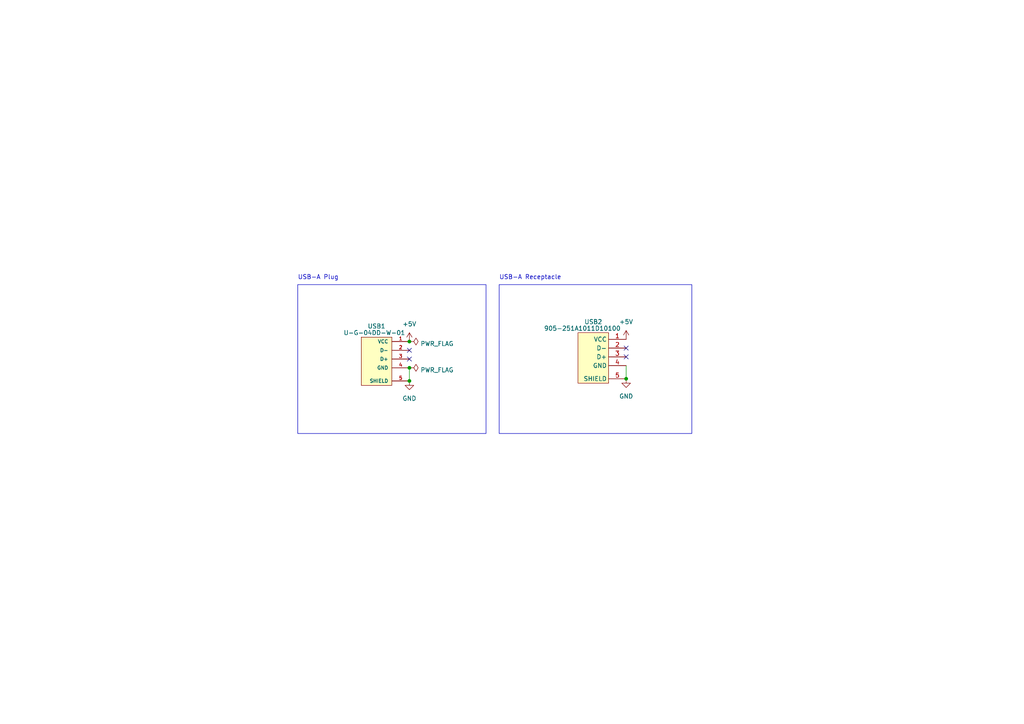
<source format=kicad_sch>
(kicad_sch (version 20230121) (generator eeschema)
  (paper "A4")
  (title_block (title "USB Data Blocker") (date "2023-03-20") (rev "1") (company "Spacehuhn Technologies") (comment 1 "Designed with <3 by Stefan"))
  (lib_symbols
    (symbol "_mykicadlib:USB-A_Plug_THT_U-USBAR04P-M001" (pin_names (offset 1.016))
      (property "Reference" "J1" (at -2.54 7.62 0))
      (property "Value" "U-USBAR04P-M001" (at 1.27 -8.89 0))
      (symbol "USB-A_Plug_THT_U-USBAR04P-M001_0_0"
        (rectangle (start -3.81 6.35) (end 5.08 -7.62) (fill (type background)))
        (pin power_in line (at 10.16 5.08 180) (length 5.08) (name "VCC") (number "1"))
        (pin bidirectional line (at 10.16 2.54 180) (length 5.08) (name "D-") (number "2"))
        (pin bidirectional line (at 10.16 0 180) (length 5.08) (name "D+") (number "3"))
        (pin power_in line (at 10.16 -2.54 180) (length 5.08) (name "GND") (number "4"))
        (pin passive line (at 10.16 -6.35 180) (length 5.08) (name "SHIELD") (number "5"))
      )
    )
    (symbol "_mykicadlib:USB-A_Receptacle_THT_905-251A1011D10100"
      (property "Reference" "USB2" (at 0 12.065 0))
      (property "Value" "905-251A1011D10100" (at 0 9.525 0))
      (symbol "USB-A_Receptacle_THT_905-251A1011D10100_0_1"
        (rectangle (start -4.445 7.62) (end 4.445 -6.985) (fill (type background)))
        (pin input line (at 9.525 5.715 180) (length 5.08) (name "VCC") (number "1"))
        (pin input line (at 9.525 3.175 180) (length 5.08) (name "D-") (number "2"))
        (pin input line (at 9.525 0.635 180) (length 5.08) (name "D+") (number "3"))
        (pin input line (at 9.525 -1.905 180) (length 5.08) (name "GND") (number "4"))
      )
      (symbol "USB-A_Receptacle_THT_905-251A1011D10100_1_1"
        (pin unspecified line (at 9.525 -5.715 180) (length 5.08) (name "SHIELD") (number "5"))
      )
    )
    (symbol "power:+5V" (power) (pin_names (offset 0))
      (property "Value" "+5V" (at 0 3.556 0))
      (symbol "+5V_0_1"
        (polyline (pts (xy -0.762 1.27) (xy 0 2.54)))
        (polyline (pts (xy 0 0) (xy 0 2.54)))
        (polyline (pts (xy 0 2.54) (xy 0.762 1.27)))
      )
      (symbol "+5V_1_1"
        (pin power_in line (at 0 0 90) (length 0) hide (name "+5V") (number "1"))
      )
    )
    (symbol "power:GND" (power) (pin_names (offset 0))
      (property "Value" "GND" (at 0 -3.81 0))
      (symbol "GND_0_1"
        (polyline (pts (xy 0 0) (xy 0 -1.27) (xy 1.27 -1.27) (xy 0 -2.54) (xy -1.27 -1.27) (xy 0 -1.27)))
      )
      (symbol "GND_1_1"
        (pin power_in line (at 0 0 270) (length 0) hide (name "GND") (number "1"))
      )
    )
    (symbol "power:PWR_FLAG" (power) (pin_numbers hide) (pin_names (offset 0) hide)
      (property "Value" "PWR_FLAG" (at 0 3.81 0))
      (symbol "PWR_FLAG_0_0"
        (pin power_out line (at 0 0 90) (length 0) (name "pwr") (number "1"))
      )
      (symbol "PWR_FLAG_0_1"
        (polyline (pts (xy 0 0) (xy 0 1.27) (xy -1.016 1.905) (xy 0 2.54) (xy 1.016 1.905) (xy 0 1.27)))
      )
    )
  )
  (junction (at 118.745 99.06))
  (junction (at 118.745 110.49))
  (junction (at 118.745 106.68))
  (junction (at 181.61 109.855))
  (no_connect (at 118.745 101.6))
  (no_connect (at 118.745 104.14))
  (no_connect (at 181.61 103.505))
  (no_connect (at 181.61 100.965))
  (wire (pts (xy 118.745 106.68) (xy 118.745 110.49)))
  (wire (pts (xy 181.61 106.045) (xy 181.61 109.855)))
  (rectangle (start 86.36 82.55) (end 140.97 125.73))
  (rectangle (start 144.78 82.55) (end 200.66 125.73))
  (text "USB-A Receptacle" (at 144.78 81.28 0) (effects (font (size 1.27 1.27)) (justify left bottom)))
  (text "USB-A Plug" (at 86.36 81.28 0) (effects (font (size 1.27 1.27)) (justify left bottom)))
  (symbol (lib_id "_mykicadlib:USB-A_Receptacle_THT_905-251A1011D10100") (at 172.085 104.14 0) (unit 1)
    (property "Reference" "USB2" (at 172.085 93.345 0))
    (property "Value" "905-251A1011D10100" (at 168.91 95.25 0))
    (property "Footprint" "_mykicadlib:USB-A_Receptacle_THT_USB-A-TH_USB-M-40" (effects hide))
    (property "Datasheet" "https://lcsc.com/product-detail/USB-Connectors_A-F90-PBTWhite-plastic-Not-high-temperature_C42615.html" (effects hide))
    (property "MPN" "C42615" (effects hide))
  )
  (symbol (lib_id "power:GND") (at 118.745 110.49 0) (unit 1)
    (property "Reference" "#PWR0101" (effects hide))
    (property "Value" "GND" (at 118.745 115.57 0))
  )
  (symbol (lib_id "power:+5V") (at 181.61 98.425 0) (unit 1)
    (property "Reference" "#PWR0105" (effects hide))
    (property "Value" "+5V" (at 181.61 93.345 0))
  )
  (symbol (lib_id "power:+5V") (at 118.745 99.06 0) (unit 1)
    (property "Reference" "#PWR0104" (effects hide))
    (property "Value" "+5V" (at 118.745 93.98 0))
  )
  (symbol (lib_id "power:PWR_FLAG") (at 118.745 106.68 270) (unit 1)
    (property "Reference" "#FLG02" (effects hide))
    (property "Value" "PWR_FLAG" (at 121.92 107.315 90) (effects (justify left)))
  )
  (symbol (lib_id "power:PWR_FLAG") (at 118.745 99.06 270) (unit 1)
    (property "Reference" "#FLG01" (effects hide))
    (property "Value" "PWR_FLAG" (at 121.92 99.695 90) (effects (justify left)))
  )
  (symbol (lib_id "_mykicadlib:USB-A_Plug_THT_U-USBAR04P-M001") (at 108.585 104.14 0) (unit 1)
    (property "Reference" "USB1" (at 109.22 94.615 0))
    (property "Value" "U-G-04DD-W-01" (at 108.585 96.52 0))
    (property "Footprint" "_mykicadlib:USB-A_Plug_THT_U-USBAR04P-M001" (effects hide))
    (property "Datasheet" "https://datasheet.lcsc.com/lcsc/1811131820_Korean-Hroparts-Elec-U-G-O4DD-W-1_C98125.pdf" (effects hide))
    (property "Manufacturer" "韩国韩荣" (effects hide))
    (property "LCSC Part" "C98125" (effects hide))
    (property "Part#" "U-USBAR04P-M001" (effects hide))
    (property "MPN" "C386753" (effects hide))
  )
  (symbol (lib_id "power:GND") (at 181.61 109.855 0) (unit 1)
    (property "Reference" "#PWR0107" (effects hide))
    (property "Value" "GND" (at 181.61 114.935 0))
  )
)
</source>
